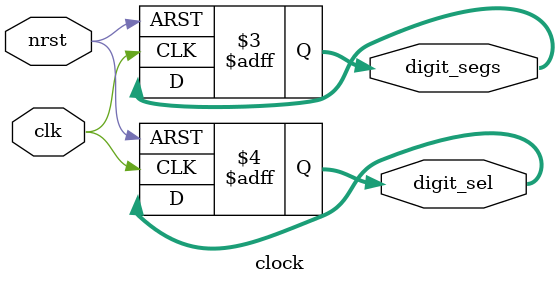
<source format=v>
module clock(
	input clk,
	input nrst,

	output reg[7:0] digit_segs,
	output reg[5:0] digit_sel
);

always @ (posedge clk or negedge nrst) begin
	if (!nrst) begin
		digit_segs <= 8'd0;
		digit_sel <= 8'd0;
	end
end

endmodule

</source>
